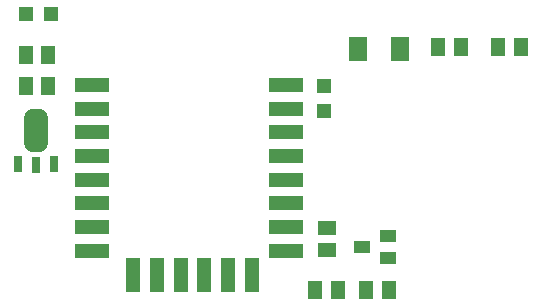
<source format=gtp>
G75*
%MOIN*%
%OFA0B0*%
%FSLAX25Y25*%
%IPPOS*%
%LPD*%
%AMOC8*
5,1,8,0,0,1.08239X$1,22.5*
%
%ADD10R,0.11811X0.04724*%
%ADD11R,0.04724X0.11811*%
%ADD12R,0.03150X0.05512*%
%ADD13C,0.06000*%
%ADD14R,0.05512X0.03937*%
%ADD15R,0.05906X0.08268*%
%ADD16R,0.05118X0.05906*%
%ADD17R,0.05118X0.06299*%
%ADD18R,0.04724X0.04724*%
%ADD19R,0.06299X0.05118*%
D10*
X0049656Y0113217D03*
X0049656Y0121091D03*
X0049656Y0128965D03*
X0049656Y0136839D03*
X0049656Y0144713D03*
X0049656Y0152587D03*
X0049656Y0160461D03*
X0049656Y0168335D03*
X0114223Y0168335D03*
X0114223Y0160461D03*
X0114223Y0152587D03*
X0114223Y0144713D03*
X0114223Y0136839D03*
X0114223Y0128965D03*
X0114223Y0121091D03*
X0114223Y0113217D03*
D11*
X0063436Y0104949D03*
X0071310Y0104949D03*
X0079184Y0104949D03*
X0087058Y0104949D03*
X0094932Y0104949D03*
X0102806Y0104949D03*
D12*
X0036833Y0142000D03*
X0030833Y0141705D03*
X0024833Y0142000D03*
D13*
X0029833Y0149016D02*
X0031833Y0149016D01*
X0029833Y0149016D02*
X0029833Y0157386D01*
X0031833Y0157386D01*
X0031833Y0149016D01*
X0031833Y0155015D02*
X0029833Y0155015D01*
D14*
X0139503Y0114500D03*
X0148164Y0110760D03*
X0148164Y0118240D03*
D15*
X0152420Y0180500D03*
X0138247Y0180500D03*
D16*
X0035073Y0178500D03*
X0027593Y0178500D03*
X0027593Y0168000D03*
X0035073Y0168000D03*
D17*
X0124093Y0100000D03*
X0131573Y0100000D03*
X0141093Y0100000D03*
X0148573Y0100000D03*
X0165093Y0181000D03*
X0172573Y0181000D03*
X0185093Y0181000D03*
X0192573Y0181000D03*
D18*
X0126833Y0168134D03*
X0126833Y0159866D03*
X0035967Y0192000D03*
X0027699Y0192000D03*
D19*
X0127833Y0120740D03*
X0127833Y0113260D03*
M02*

</source>
